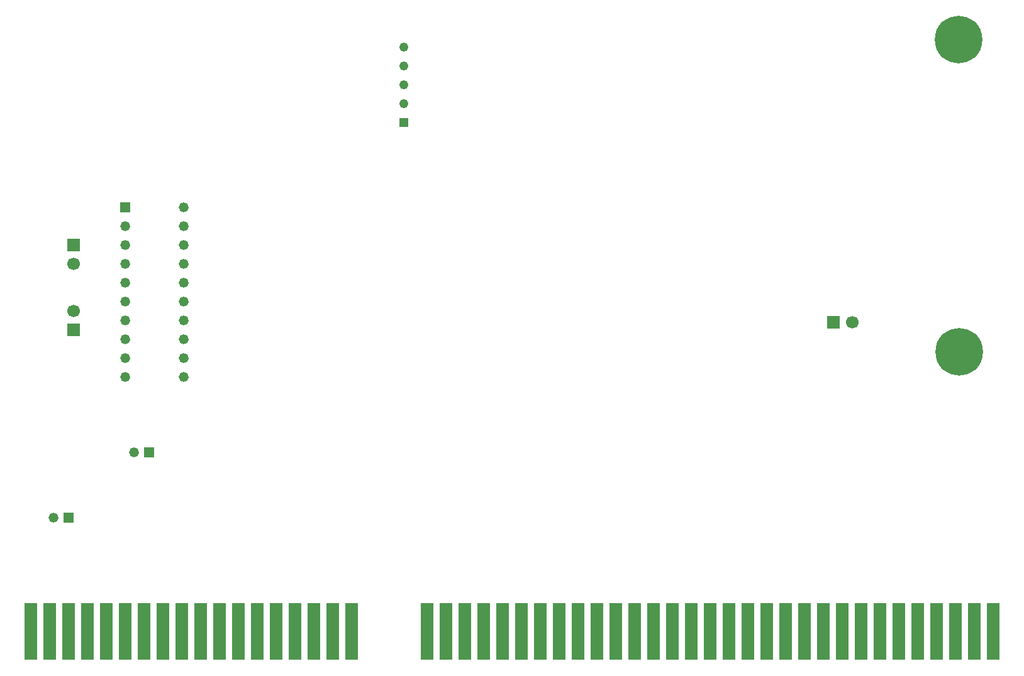
<source format=gbr>
%TF.GenerationSoftware,KiCad,Pcbnew,9.0.6*%
%TF.CreationDate,2026-01-11T16:50:18-07:00*%
%TF.ProjectId,PCRAMXpander,50435241-4d58-4706-916e-6465722e6b69,rev?*%
%TF.SameCoordinates,Original*%
%TF.FileFunction,Soldermask,Bot*%
%TF.FilePolarity,Negative*%
%FSLAX46Y46*%
G04 Gerber Fmt 4.6, Leading zero omitted, Abs format (unit mm)*
G04 Created by KiCad (PCBNEW 9.0.6) date 2026-01-11 16:50:18*
%MOMM*%
%LPD*%
G01*
G04 APERTURE LIST*
%ADD10R,1.320800X1.320800*%
%ADD11C,1.320800*%
%ADD12C,0.800000*%
%ADD13C,6.400000*%
%ADD14R,1.780000X7.620000*%
%ADD15R,1.700000X1.700000*%
%ADD16C,1.700000*%
%ADD17R,1.219200X1.219200*%
%ADD18C,1.219200*%
G04 APERTURE END LIST*
D10*
%TO.C,C8*%
X81915000Y-124460000D03*
D11*
X79908400Y-124460000D03*
%TD*%
D12*
%TO.C,H2*%
X188619168Y-110917056D03*
X189322112Y-109220000D03*
X189322112Y-112614112D03*
X191019168Y-108517056D03*
D13*
X191019168Y-110917056D03*
D12*
X191019168Y-113317056D03*
X192716224Y-109220000D03*
X192716224Y-112614112D03*
X193419168Y-110917056D03*
%TD*%
D14*
%TO.C,J1*%
X195580000Y-148590000D03*
X193040000Y-148590000D03*
X190500000Y-148590000D03*
X187960000Y-148590000D03*
X185420000Y-148590000D03*
X182880000Y-148590000D03*
X180340000Y-148590000D03*
X177800000Y-148590000D03*
X175260000Y-148590000D03*
X172720000Y-148590000D03*
X170180000Y-148590000D03*
X167640000Y-148590000D03*
X165100000Y-148590000D03*
X162560000Y-148590000D03*
X160020000Y-148590000D03*
X157480000Y-148590000D03*
X154940000Y-148590000D03*
X152400000Y-148590000D03*
X149860000Y-148590000D03*
X147320000Y-148590000D03*
X144780000Y-148590000D03*
X142240000Y-148590000D03*
X139700000Y-148590000D03*
X137160000Y-148590000D03*
X134620000Y-148590000D03*
X132080000Y-148590000D03*
X129540000Y-148590000D03*
X127000000Y-148590000D03*
X124460000Y-148590000D03*
X121920000Y-148590000D03*
X119380000Y-148590000D03*
X109220000Y-148590000D03*
X106680000Y-148590000D03*
X104140000Y-148590000D03*
X101600000Y-148590000D03*
X99060000Y-148590000D03*
X96520000Y-148590000D03*
X93980000Y-148590000D03*
X91440000Y-148590000D03*
X88900000Y-148590000D03*
X86360000Y-148590000D03*
X83820000Y-148590000D03*
X81280000Y-148590000D03*
X78740000Y-148590000D03*
X76200000Y-148590000D03*
X73660000Y-148590000D03*
X71120000Y-148590000D03*
X68580000Y-148590000D03*
X66040000Y-148590000D03*
%TD*%
D10*
%TO.C,C9*%
X71094600Y-133197600D03*
D11*
X69088000Y-133197600D03*
%TD*%
D12*
%TO.C,H1*%
X188527056Y-68838944D03*
X189230000Y-67141888D03*
X189230000Y-70536000D03*
X190927056Y-66438944D03*
D13*
X190927056Y-68838944D03*
D12*
X190927056Y-71238944D03*
X192624112Y-67141888D03*
X192624112Y-70536000D03*
X193327056Y-68838944D03*
%TD*%
D15*
%TO.C,JP2*%
X71755000Y-107950000D03*
D16*
X71755000Y-105410000D03*
%TD*%
D15*
%TO.C,JP3*%
X174040800Y-106934000D03*
D16*
X176580800Y-106934000D03*
%TD*%
D15*
%TO.C,JP1*%
X71755000Y-96520000D03*
D16*
X71755000Y-99060000D03*
%TD*%
D17*
%TO.C,R3*%
X116205000Y-80010000D03*
D18*
X116205000Y-77470000D03*
X116205000Y-74930000D03*
X116205000Y-72390000D03*
X116205000Y-69850000D03*
%TD*%
D10*
%TO.C,U1*%
X78740000Y-91440000D03*
D11*
X78740000Y-93980000D03*
X78740000Y-96520000D03*
X78740000Y-99060000D03*
X78740000Y-101600000D03*
X78740000Y-104140000D03*
X78740000Y-106680000D03*
X78740000Y-109220000D03*
X78740000Y-111760000D03*
X78740000Y-114300000D03*
X86582001Y-114300000D03*
X86582001Y-111760000D03*
X86582001Y-109220000D03*
X86582001Y-106680000D03*
X86582001Y-104140000D03*
X86582001Y-101600000D03*
X86582001Y-99060000D03*
X86582001Y-96520000D03*
X86582001Y-93980000D03*
X86582001Y-91440000D03*
%TD*%
M02*

</source>
